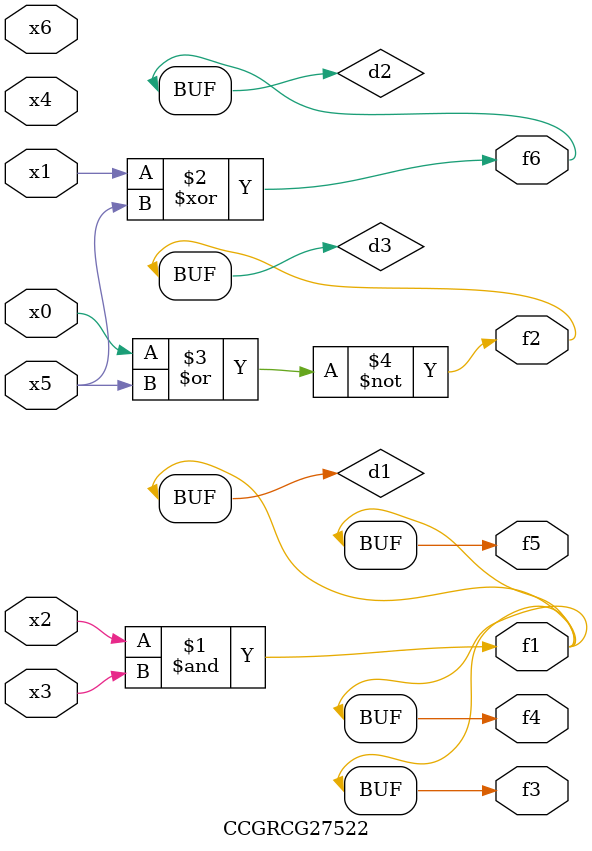
<source format=v>
module CCGRCG27522(
	input x0, x1, x2, x3, x4, x5, x6,
	output f1, f2, f3, f4, f5, f6
);

	wire d1, d2, d3;

	and (d1, x2, x3);
	xor (d2, x1, x5);
	nor (d3, x0, x5);
	assign f1 = d1;
	assign f2 = d3;
	assign f3 = d1;
	assign f4 = d1;
	assign f5 = d1;
	assign f6 = d2;
endmodule

</source>
